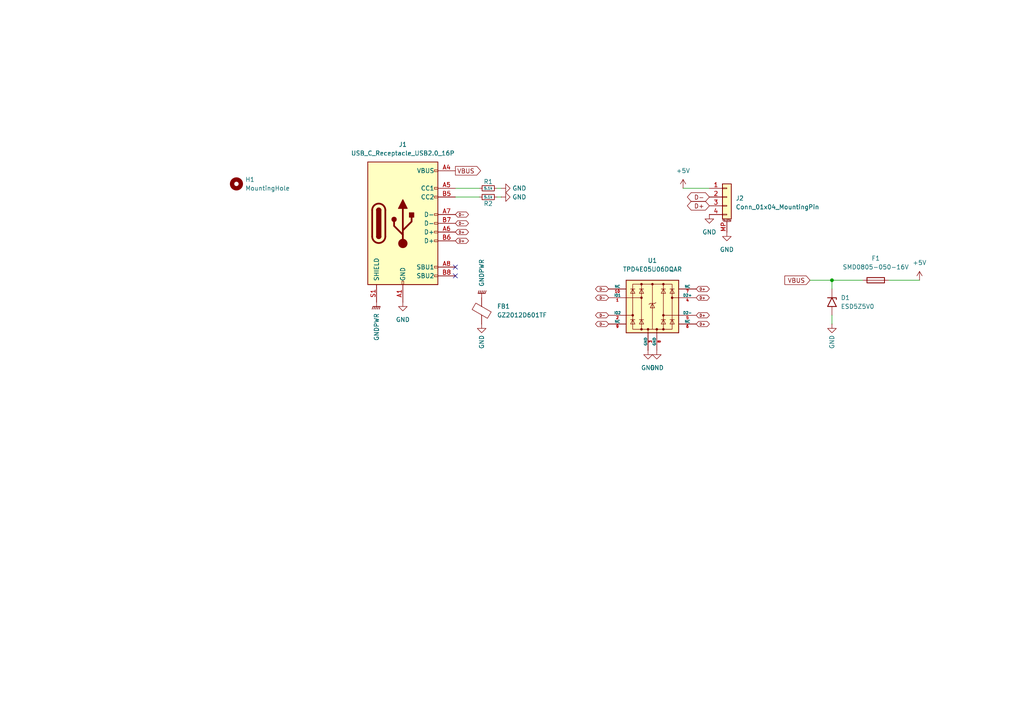
<source format=kicad_sch>
(kicad_sch (version 20250114) (generator "eeschema") (generator_version "9.0")
  (paper "A4")
  (lib_symbols
    (symbol "Connector:USB_C_Receptacle_USB2.0_16P" (pin_names (offset 1.016))
      (property "Reference" "J" (at 0 22.225 0))
      (property "Value" "USB_C_Receptacle_USB2.0_16P" (at 0 19.685 0))
      (symbol "USB_C_Receptacle_USB2.0_16P_0_0"
        (rectangle (start -0.254 -17.78) (end 0.254 -16.764))
        (rectangle (start 10.16 15.494) (end 9.144 14.986))
        (rectangle (start 10.16 10.414) (end 9.144 9.906))
        (rectangle (start 10.16 7.874) (end 9.144 7.366))
        (rectangle (start 10.16 2.794) (end 9.144 2.286))
        (rectangle (start 10.16 0.254) (end 9.144 -0.254))
        (rectangle (start 10.16 -2.286) (end 9.144 -2.794))
        (rectangle (start 10.16 -4.826) (end 9.144 -5.334))
        (rectangle (start 10.16 -12.446) (end 9.144 -12.954))
        (rectangle (start 10.16 -14.986) (end 9.144 -15.494))
      )
      (symbol "USB_C_Receptacle_USB2.0_16P_0_1"
        (rectangle (start -10.16 17.78) (end 10.16 -17.78) (stroke (width 0.254)) (fill (type background)))
        (polyline (pts (xy -8.89 -3.81) (xy -8.89 3.81)) (stroke (width 0.508)))
        (rectangle (start -7.62 -3.81) (end -6.35 3.81) (stroke (width 0.254)) (fill (type outline)))
        (arc (start -7.62 3.81) (mid -6.985 4.4423) (end -6.35 3.81) (stroke (width 0.254)))
        (arc (start -7.62 3.81) (mid -6.985 4.4423) (end -6.35 3.81) (stroke (width 0.254)) (fill (type outline)))
        (arc (start -8.89 3.81) (mid -6.985 5.7067) (end -5.08 3.81) (stroke (width 0.508)))
        (arc (start -5.08 -3.81) (mid -6.985 -5.7067) (end -8.89 -3.81) (stroke (width 0.508)))
        (arc (start -6.35 -3.81) (mid -6.985 -4.4423) (end -7.62 -3.81) (stroke (width 0.254)))
        (arc (start -6.35 -3.81) (mid -6.985 -4.4423) (end -7.62 -3.81) (stroke (width 0.254)) (fill (type outline)))
        (polyline (pts (xy -5.08 3.81) (xy -5.08 -3.81)) (stroke (width 0.508)))
        (circle (center -2.54 1.143) (radius 0.635) (stroke (width 0.254)) (fill (type outline)))
        (polyline (pts (xy -1.27 4.318) (xy 0 6.858) (xy 1.27 4.318) (xy -1.27 4.318)) (stroke (width 0.254)) (fill (type outline)))
        (polyline (pts (xy 0 -2.032) (xy 2.54 0.508) (xy 2.54 1.778)) (stroke (width 0.508)))
        (polyline (pts (xy 0 -3.302) (xy -2.54 -0.762) (xy -2.54 0.508)) (stroke (width 0.508)))
        (polyline (pts (xy 0 -5.842) (xy 0 4.318)) (stroke (width 0.508)))
        (circle (center 0 -5.842) (radius 1.27) (fill (type outline)))
        (rectangle (start 1.905 1.778) (end 3.175 3.048) (stroke (width 0.254)) (fill (type outline)))
      )
      (symbol "USB_C_Receptacle_USB2.0_16P_1_1"
        (pin passive line (at -7.62 -22.86 90) (length 5.08) (name "SHIELD") (number "S1"))
        (pin passive line (at 0 -22.86 90) (length 5.08) (name "GND") (number "A1"))
        (pin passive line (at 0 -22.86 90) (length 5.08) (hide yes) (name "GND") (number "A12"))
        (pin passive line (at 0 -22.86 90) (length 5.08) (hide yes) (name "GND") (number "B1"))
        (pin passive line (at 0 -22.86 90) (length 5.08) (hide yes) (name "GND") (number "B12"))
        (pin passive line (at 15.24 15.24 180) (length 5.08) (name "VBUS") (number "A4"))
        (pin passive line (at 15.24 15.24 180) (length 5.08) (hide yes) (name "VBUS") (number "A9"))
        (pin passive line (at 15.24 15.24 180) (length 5.08) (hide yes) (name "VBUS") (number "B4"))
        (pin passive line (at 15.24 15.24 180) (length 5.08) (hide yes) (name "VBUS") (number "B9"))
        (pin bidirectional line (at 15.24 10.16 180) (length 5.08) (name "CC1") (number "A5"))
        (pin bidirectional line (at 15.24 7.62 180) (length 5.08) (name "CC2") (number "B5"))
        (pin bidirectional line (at 15.24 2.54 180) (length 5.08) (name "D-") (number "A7"))
        (pin bidirectional line (at 15.24 0 180) (length 5.08) (name "D-") (number "B7"))
        (pin bidirectional line (at 15.24 -2.54 180) (length 5.08) (name "D+") (number "A6"))
        (pin bidirectional line (at 15.24 -5.08 180) (length 5.08) (name "D+") (number "B6"))
        (pin bidirectional line (at 15.24 -12.7 180) (length 5.08) (name "SBU1") (number "A8"))
        (pin bidirectional line (at 15.24 -15.24 180) (length 5.08) (name "SBU2") (number "B8"))
      )
    )
    (symbol "Connector_Generic_MountingPin:Conn_01x04_MountingPin" (pin_names (offset 1.016) (hide yes))
      (property "Reference" "J" (at 0 5.08 0))
      (property "Value" "Conn_01x04_MountingPin" (at 1.27 -7.62 0))
      (symbol "Conn_01x04_MountingPin_1_1"
        (rectangle (start -1.27 3.81) (end 1.27 -6.35) (stroke (width 0.254)) (fill (type background)))
        (rectangle (start -1.27 2.667) (end 0 2.413) (stroke (width 0.1524)))
        (rectangle (start -1.27 0.127) (end 0 -0.127) (stroke (width 0.1524)))
        (rectangle (start -1.27 -2.413) (end 0 -2.667) (stroke (width 0.1524)))
        (rectangle (start -1.27 -4.953) (end 0 -5.207) (stroke (width 0.1524)))
        (polyline (pts (xy -1.016 -7.112) (xy 1.016 -7.112)) (stroke (width 0.1524)))
        (text "Mounting" (at 0 -6.731 0) (effects (font (size 0.381 0.381))))
        (pin passive line (at -5.08 2.54 0) (length 3.81) (name "Pin_1") (number "1"))
        (pin passive line (at -5.08 0 0) (length 3.81) (name "Pin_2") (number "2"))
        (pin passive line (at -5.08 -2.54 0) (length 3.81) (name "Pin_3") (number "3"))
        (pin passive line (at -5.08 -5.08 0) (length 3.81) (name "Pin_4") (number "4"))
        (pin passive line (at 0 -10.16 90) (length 3.048) (name "MountPin") (number "MP"))
      )
    )
    (symbol "Device:FerriteBead" (pin_numbers (hide yes)) (pin_names (offset 0))
      (property "Reference" "FB" (at -3.81 0.635 90))
      (property "Value" "FerriteBead" (at 3.81 0 90))
      (symbol "FerriteBead_0_1"
        (polyline (pts (xy -2.7686 0.4064) (xy -1.7018 2.2606) (xy 2.7686 -0.3048) (xy 1.6764 -2.159) (xy -2.7686 0.4064)))
        (polyline (pts (xy 0 1.27) (xy 0 1.2954)))
        (polyline (pts (xy 0 -1.27) (xy 0 -1.2192)))
      )
      (symbol "FerriteBead_1_1"
        (pin passive line (at 0 3.81 270) (length 2.54) (name "~") (number "1"))
        (pin passive line (at 0 -3.81 90) (length 2.54) (name "~") (number "2"))
      )
    )
    (symbol "Device:Fuse" (pin_numbers (hide yes)) (pin_names (offset 0))
      (property "Reference" "F" (at 2.032 0 90))
      (property "Value" "Fuse" (at -1.905 0 90))
      (symbol "Fuse_0_1"
        (rectangle (start -0.762 -2.54) (end 0.762 2.54) (stroke (width 0.254)))
        (polyline (pts (xy 0 2.54) (xy 0 -2.54)))
      )
      (symbol "Fuse_1_1"
        (pin passive line (at 0 3.81 270) (length 1.27) (name "~") (number "1"))
        (pin passive line (at 0 -3.81 90) (length 1.27) (name "~") (number "2"))
      )
    )
    (symbol "Device:R_Small" (pin_numbers (hide yes)) (pin_names (offset 0.254) (hide yes))
      (property "Reference" "R" (at 0.762 0.508 0))
      (property "Value" "R_Small" (at 0.762 -1.016 0))
      (symbol "R_Small_0_1"
        (rectangle (start -0.762 1.778) (end 0.762 -1.778) (stroke (width 0.2032)))
      )
      (symbol "R_Small_1_1"
        (pin passive line (at 0 2.54 270) (length 0.762) (name "~") (number "1"))
        (pin passive line (at 0 -2.54 90) (length 0.762) (name "~") (number "2"))
      )
    )
    (symbol "Diode:SMF6V0A" (pin_numbers (hide yes)) (pin_names (offset 1.016) (hide yes))
      (property "Reference" "D" (at 0 2.54 0))
      (property "Value" "SMF6V0A" (at 0 -2.54 0))
      (symbol "SMF6V0A_0_1"
        (polyline (pts (xy -0.762 1.27) (xy -1.27 1.27) (xy -1.27 -1.27)) (stroke (width 0.254)))
        (polyline (pts (xy 1.27 1.27) (xy 1.27 -1.27) (xy -1.27 0) (xy 1.27 1.27)) (stroke (width 0.254)))
      )
      (symbol "SMF6V0A_1_1"
        (pin passive line (at -3.81 0 0) (length 2.54) (name "A1") (number "1"))
        (pin passive line (at 3.81 0 180) (length 2.54) (name "A2") (number "2"))
      )
    )
    (symbol "Mechanical:MountingHole" (pin_names (offset 1.016)) (in_bom no)
      (property "Reference" "H" (at 0 5.08 0))
      (property "Value" "MountingHole" (at 0 3.175 0))
      (symbol "MountingHole_0_1"
        (circle (center 0 0) (radius 1.27) (stroke (width 1.27)))
      )
    )
    (symbol "acheron_Symbols:TPD4E05U06DQAR" (pin_names (offset 0))
      (property "Reference" "U" (at 0 12.7 0))
      (property "Value" "TPD4E05U06DQAR" (at 0 10.16 0))
      (symbol "TPD4E05U06DQAR_0_0"
        (rectangle (start -5.715 6.477) (end 5.715 -6.604))
        (polyline (pts (xy -3.175 -6.604) (xy -3.175 6.477)))
        (polyline (pts (xy 0 6.477) (xy 0 -6.604)))
        (polyline (pts (xy 3.175 6.477) (xy 3.175 -6.604)))
      )
      (symbol "TPD4E05U06DQAR_0_1"
        (polyline (pts (xy -7.747 2.54) (xy -3.175 2.54)))
        (rectangle (start -7.62 7.62) (end 7.62 -7.62) (stroke (width 0.254)) (fill (type background)))
        (polyline (pts (xy -7.62 -2.54) (xy -5.715 -2.54)))
        (circle (center -5.715 -2.54) (radius 0.2794) (fill (type outline)))
        (polyline (pts (xy -5.08 5.08) (xy -6.35 5.08)))
        (polyline (pts (xy -5.08 3.81) (xy -6.35 3.81) (xy -5.715 5.08) (xy -5.08 3.81)))
        (polyline (pts (xy -5.08 -3.81) (xy -6.35 -3.81)))
        (polyline (pts (xy -5.08 -5.08) (xy -6.35 -5.08) (xy -5.715 -3.81) (xy -5.08 -5.08)))
        (circle (center -3.175 6.477) (radius 0.2794) (fill (type outline)))
        (circle (center -3.175 2.54) (radius 0.2794) (fill (type outline)))
        (circle (center -3.175 -6.604) (radius 0.2794) (fill (type outline)))
        (polyline (pts (xy -2.54 5.08) (xy -3.81 5.08)))
        (polyline (pts (xy -2.54 3.81) (xy -3.81 3.81) (xy -3.175 5.08) (xy -2.54 3.81)))
        (polyline (pts (xy -2.54 -3.81) (xy -3.81 -3.81)))
        (polyline (pts (xy -2.54 -5.08) (xy -3.81 -5.08) (xy -3.175 -3.81) (xy -2.54 -5.08)))
        (circle (center -1.27 -6.604) (radius 0.2794) (fill (type outline)))
        (polyline (pts (xy -1.27 -6.604) (xy -1.27 -7.62)))
        (polyline (pts (xy -0.635 0.889) (xy -1.016 0.635)))
        (circle (center 0 6.477) (radius 0.2794) (fill (type outline)))
        (polyline (pts (xy 0.635 0.889) (xy -0.635 0.889)))
        (polyline (pts (xy 0.635 0.889) (xy 1.016 1.143)))
        (polyline (pts (xy 0.635 -0.381) (xy -0.635 -0.381) (xy 0 0.889) (xy 0.635 -0.381)))
        (circle (center 3.175 6.477) (radius 0.2794) (fill (type outline)))
        (circle (center 3.175 -2.54) (radius 0.2794) (fill (type outline)))
        (circle (center 3.175 -6.604) (radius 0.2794) (fill (type outline)))
        (polyline (pts (xy 3.81 5.08) (xy 2.54 5.08)))
        (polyline (pts (xy 3.81 3.81) (xy 2.54 3.81) (xy 3.175 5.08) (xy 3.81 3.81)))
        (polyline (pts (xy 3.81 -3.81) (xy 2.54 -3.81)))
        (polyline (pts (xy 3.81 -5.08) (xy 2.54 -5.08) (xy 3.175 -3.81) (xy 3.81 -5.08)))
        (circle (center 5.715 2.54) (radius 0.2794) (fill (type outline)))
        (polyline (pts (xy 6.35 5.08) (xy 5.08 5.08)))
        (polyline (pts (xy 6.35 3.81) (xy 5.08 3.81) (xy 5.715 5.08) (xy 6.35 3.81)))
        (polyline (pts (xy 6.35 -3.81) (xy 5.08 -3.81)))
        (polyline (pts (xy 6.35 -5.08) (xy 5.08 -5.08) (xy 5.715 -3.81) (xy 6.35 -5.08)))
        (polyline (pts (xy 7.62 2.54) (xy 5.715 2.54)))
        (polyline (pts (xy 7.62 -2.54) (xy 3.175 -2.54)))
      )
      (symbol "TPD4E05U06DQAR_1_1"
        (polyline (pts (xy 1.27 -6.604) (xy 1.27 -7.62)))
        (circle (center 1.27 -6.604) (radius 0.2794) (fill (type outline)))
        (pin bidirectional line (at -12.7 5.08 0) (length 5.08) (name "NC") (number "10"))
        (pin bidirectional line (at -12.7 2.54 0) (length 5.08) (name "IO1") (number "1"))
        (pin bidirectional line (at -12.7 -2.54 0) (length 5.08) (name "IO2") (number "2"))
        (pin bidirectional line (at -12.7 -5.08 0) (length 5.08) (name "NC") (number "9"))
        (pin power_in line (at -1.27 -12.7 90) (length 5.08) (name "GND") (number "3"))
        (pin power_in line (at 1.27 -12.7 90) (length 5.08) (name "GND") (number "8"))
        (pin bidirectional line (at 12.7 5.08 180) (length 5.08) (name "NC") (number "7"))
        (pin bidirectional line (at 12.7 2.54 180) (length 5.08) (name "D2+") (number "4"))
        (pin bidirectional line (at 12.7 -2.54 180) (length 5.08) (name "D2-") (number "5"))
        (pin bidirectional line (at 12.7 -5.08 180) (length 5.08) (name "NC") (number "6"))
      )
    )
    (symbol "power:+5V" (power) (pin_numbers (hide yes)) (pin_names (offset 0) (hide yes))
      (property "Value" "+5V" (at 0 3.556 0))
      (symbol "+5V_0_1"
        (polyline (pts (xy -0.762 1.27) (xy 0 2.54)))
        (polyline (pts (xy 0 2.54) (xy 0.762 1.27)))
        (polyline (pts (xy 0 0) (xy 0 2.54)))
      )
      (symbol "+5V_1_1"
        (pin power_in line (at 0 0 90) (length 0) (name "~") (number "1"))
      )
    )
    (symbol "power:GND" (power) (pin_numbers (hide yes)) (pin_names (offset 0) (hide yes))
      (property "Value" "GND" (at 0 -3.81 0))
      (symbol "GND_0_1"
        (polyline (pts (xy 0 0) (xy 0 -1.27) (xy 1.27 -1.27) (xy 0 -2.54) (xy -1.27 -1.27) (xy 0 -1.27)))
      )
      (symbol "GND_1_1"
        (pin power_in line (at 0 0 270) (length 0) (name "~") (number "1"))
      )
    )
    (symbol "power:GNDPWR" (power) (pin_names (offset 0))
      (property "Value" "GNDPWR" (at 0 -3.302 0))
      (symbol "GNDPWR_0_1"
        (polyline (pts (xy -1.016 -1.27) (xy -1.27 -2.032) (xy -1.27 -2.032)) (stroke (width 0.2032)))
        (polyline (pts (xy -0.508 -1.27) (xy -0.762 -2.032) (xy -0.762 -2.032)) (stroke (width 0.2032)))
        (polyline (pts (xy 0 -1.27) (xy 0 0)))
        (polyline (pts (xy 0 -1.27) (xy -0.254 -2.032) (xy -0.254 -2.032)) (stroke (width 0.2032)))
        (polyline (pts (xy 0.508 -1.27) (xy 0.254 -2.032) (xy 0.254 -2.032)) (stroke (width 0.2032)))
        (polyline (pts (xy 1.016 -1.27) (xy -1.016 -1.27) (xy -1.016 -1.27)) (stroke (width 0.2032)))
        (polyline (pts (xy 1.016 -1.27) (xy 0.762 -2.032) (xy 0.762 -2.032) (xy 0.762 -2.032)) (stroke (width 0.2032)))
      )
      (symbol "GNDPWR_1_1"
        (pin power_in line (at 0 0 270) (length 0) (hide yes) (name "GNDPWR") (number "1"))
      )
    )
  )
  (junction (at 241.3 81.28))
  (no_connect (at 132.08 80.01))
  (no_connect (at 132.08 77.47))
  (wire (pts (xy 241.3 83.82) (xy 241.3 81.28)))
  (wire (pts (xy 241.3 93.98) (xy 241.3 91.44)))
  (wire (pts (xy 132.08 57.15) (xy 139.065 57.15)))
  (wire (pts (xy 257.81 81.28) (xy 266.7 81.28)))
  (wire (pts (xy 144.145 57.15) (xy 145.415 57.15)))
  (wire (pts (xy 132.08 54.61) (xy 139.065 54.61)))
  (wire (pts (xy 241.3 81.28) (xy 250.19 81.28)))
  (wire (pts (xy 234.95 81.28) (xy 241.3 81.28)))
  (wire (pts (xy 198.12 54.61) (xy 205.74 54.61)))
  (wire (pts (xy 144.145 54.61) (xy 145.415 54.61)))
  (global_label "D+" (shape bidirectional) (at 132.08 69.85 0) (effects (font (size 0.762 0.762))) (property "Intersheetrefs" "${INTERSHEET_REFS}" (effects (hide yes))))
  (global_label "D-" (shape bidirectional) (at 176.53 93.98 180) (effects (font (size 0.762 0.762))) (property "Intersheetrefs" "${INTERSHEET_REFS}" (effects (hide yes))))
  (global_label "D+" (shape bidirectional) (at 201.93 86.36 0) (effects (font (size 0.762 0.762))) (property "Intersheetrefs" "${INTERSHEET_REFS}" (effects (hide yes))))
  (global_label "D+" (shape bidirectional) (at 201.93 93.98 0) (effects (font (size 0.762 0.762))) (property "Intersheetrefs" "${INTERSHEET_REFS}" (effects (hide yes))))
  (global_label "D+" (shape bidirectional) (at 201.93 83.82 0) (effects (font (size 0.762 0.762))) (property "Intersheetrefs" "${INTERSHEET_REFS}" (effects (hide yes))))
  (global_label "D+" (shape bidirectional) (at 205.74 59.69 180) (property "Intersheetrefs" "${INTERSHEET_REFS}" (effects (hide yes))))
  (global_label "D+" (shape bidirectional) (at 132.08 67.31 0) (effects (font (size 0.762 0.762))) (property "Intersheetrefs" "${INTERSHEET_REFS}" (effects (hide yes))))
  (global_label "D-" (shape bidirectional) (at 176.53 83.82 180) (effects (font (size 0.762 0.762))) (property "Intersheetrefs" "${INTERSHEET_REFS}" (effects (hide yes))))
  (global_label "D-" (shape bidirectional) (at 205.74 57.15 180) (property "Intersheetrefs" "${INTERSHEET_REFS}" (effects (hide yes))))
  (global_label "D-" (shape bidirectional) (at 176.53 91.44 180) (effects (font (size 0.762 0.762))) (property "Intersheetrefs" "${INTERSHEET_REFS}" (effects (hide yes))))
  (global_label "VBUS" (shape output) (at 132.08 49.53 0) (property "Intersheetrefs" "${INTERSHEET_REFS}" (effects (hide yes))))
  (global_label "D+" (shape bidirectional) (at 201.93 91.44 0) (effects (font (size 0.762 0.762))) (property "Intersheetrefs" "${INTERSHEET_REFS}" (effects (hide yes))))
  (global_label "D-" (shape bidirectional) (at 132.08 62.23 0) (effects (font (size 0.762 0.762))) (property "Intersheetrefs" "${INTERSHEET_REFS}" (effects (hide yes))))
  (global_label "D-" (shape bidirectional) (at 132.08 64.77 0) (effects (font (size 0.762 0.762))) (property "Intersheetrefs" "${INTERSHEET_REFS}" (effects (hide yes))))
  (global_label "VBUS" (shape input) (at 234.95 81.28 180) (property "Intersheetrefs" "${INTERSHEET_REFS}" (effects (hide yes))))
  (global_label "D-" (shape bidirectional) (at 176.53 86.36 180) (effects (font (size 0.762 0.762))) (property "Intersheetrefs" "${INTERSHEET_REFS}" (effects (hide yes))))
  (symbol (lib_id "power:GND") (at 187.96 101.6 0) (unit 1)
    (property "Reference" "#PWR053" (effects (hide yes)))
    (property "Value" "GND" (at 187.96 106.68 0))
    (property "Description" "Power symbol creates a global label with name \"GND\" , ground" (effects (hide yes)))
  )
  (symbol (lib_id "Device:Fuse") (at 254 81.28 90) (unit 1)
    (property "Reference" "F1" (at 254 74.93 90))
    (property "Value" "SMD0805-050-16V" (at 254 77.47 90))
    (property "Footprint" "Fuse:Fuse_1206_3216Metric" (effects (hide yes)))
    (property "Manufacturer" "TECHFUSE" (effects (hide yes)))
    (property "Manufacturer Part Number" "SMD0805-050-16V" (effects (hide yes)))
    (property "LCSC Part Number" "C2833485" (effects (hide yes)))
    (property "Package" "F0805" (effects (hide yes)))
  )
  (symbol (lib_id "power:GND") (at 145.415 54.61 90) (unit 1)
    (property "Reference" "#PWR02" (effects (hide yes)))
    (property "Value" "GND" (at 148.59 54.61 90) (effects (justify right)))
  )
  (symbol (lib_id "power:GND") (at 190.5 101.6 0) (unit 1)
    (property "Reference" "#PWR054" (effects (hide yes)))
    (property "Value" "GND" (at 190.5 106.68 0))
    (property "Description" "Power symbol creates a global label with name \"GND\" , ground" (effects (hide yes)))
  )
  (symbol (lib_id "power:+5V") (at 198.12 54.61 0) (unit 1)
    (property "Reference" "#PWR06" (effects (hide yes)))
    (property "Value" "+5V" (at 198.12 49.53 0))
    (property "Description" "Power symbol creates a global label with name \"+5V\"" (effects (hide yes)))
  )
  (symbol (lib_id "Connector:USB_C_Receptacle_USB2.0_16P") (at 116.84 64.77 0) (unit 1)
    (property "Reference" "J1" (at 116.84 41.91 0))
    (property "Value" "USB_C_Receptacle_USB2.0_16P" (at 116.84 44.45 0))
    (property "Footprint" "nesceptor:HRO-TYPE-C-31-M-12-Assembly" (effects (hide yes)))
    (property "Datasheet" "https://www.usb.org/sites/default/files/documents/usb_type-c.zip" (effects (hide yes)))
    (property "Description" "USB 2.0-only 16P Type-C Receptacle connector" (effects (hide yes)))
  )
  (symbol (lib_id "power:GND") (at 205.74 62.23 0) (unit 1)
    (property "Reference" "#PWR051" (effects (hide yes)))
    (property "Value" "GND" (at 205.74 67.31 0))
    (property "Description" "Power symbol creates a global label with name \"GND\" , ground" (effects (hide yes)))
  )
  (symbol (lib_id "Device:FerriteBead") (at 139.7 90.17 0) (unit 1)
    (property "Reference" "FB1" (at 144.145 88.8491 0) (effects (justify left)))
    (property "Value" "GZ2012D601TF" (at 144.145 91.3891 0) (effects (justify left)))
    (property "Footprint" "Inductor_SMD:L_0805_2012Metric" (effects (hide yes)))
    (property "Manufacturer" "Sunlord" (effects (hide yes)))
    (property "Manufacturer Part Number" "GZ2012D601TF" (effects (hide yes)))
    (property "LCSC Part Number" "C1017" (effects (hide yes)))
    (property "Package" "F0805" (effects (hide yes)))
  )
  (symbol (lib_id "power:GNDPWR") (at 109.22 87.63 0) (unit 1)
    (property "Reference" "#PWR09" (effects (hide yes)))
    (property "Value" "GNDPWR" (at 109.22 90.805 90) (effects (justify right)))
  )
  (symbol (lib_id "acheron_Symbols:TPD4E05U06DQAR") (at 189.23 88.9 0) (unit 1)
    (property "Reference" "U1" (at 189.23 75.565 0))
    (property "Value" "TPD4E05U06DQAR" (at 189.23 78.105 0))
    (property "Footprint" "nesceptor:USON-10_2.5x1.0mm_P0.5mm" (effects (hide yes)))
    (property "Manufacturer" "MSKSEMI" (effects (hide yes)))
    (property "Package" "uSON-10" (effects (hide yes)))
    (property "Manufacturer Part Number" "TPD4E05U06DQAR" (effects (hide yes)))
    (property "LCSC Part Number" "C2836386" (effects (hide yes)))
  )
  (symbol (lib_id "power:+5V") (at 266.7 81.28 0) (unit 1)
    (property "Reference" "#PWR04" (effects (hide yes)))
    (property "Value" "+5V" (at 266.7 76.2 0))
    (property "Description" "Power symbol creates a global label with name \"+5V\"" (effects (hide yes)))
  )
  (symbol (lib_id "power:GND") (at 116.84 87.63 0) (unit 1)
    (property "Reference" "#PWR052" (effects (hide yes)))
    (property "Value" "GND" (at 116.84 92.71 0))
    (property "Description" "Power symbol creates a global label with name \"GND\" , ground" (effects (hide yes)))
  )
  (symbol (lib_id "power:GNDPWR") (at 139.7 86.36 180) (unit 1)
    (property "Reference" "#PWR011" (effects (hide yes)))
    (property "Value" "GNDPWR" (at 139.7 83.185 90) (effects (justify right)))
  )
  (symbol (lib_id "power:GND") (at 145.415 57.15 90) (unit 1)
    (property "Reference" "#PWR03" (effects (hide yes)))
    (property "Value" "GND" (at 148.59 57.15 90) (effects (justify right)))
  )
  (symbol (lib_id "Connector_Generic_MountingPin:Conn_01x04_MountingPin") (at 210.82 57.15 0) (unit 1)
    (property "Reference" "J2" (at 213.36 57.5055 0) (effects (justify left)))
    (property "Value" "Conn_01x04_MountingPin" (at 213.36 60.0455 0) (effects (justify left)))
    (property "Footprint" "nesceptor:PicoEZMate-Reinforced-Lite" (effects (hide yes)))
    (property "Description" "Generic connectable mounting pin connector, single row, 01x04, script generated (kicad-library-utils/schlib/autogen/connector/)" (effects (hide yes)))
    (property "LCSC Part Number" "C588524" (effects (hide yes)))
    (property "Manufacturer" "MOLEX" (effects (hide yes)))
    (property "Manufacturer Part Number" "78171-0004" (effects (hide yes)))
  )
  (symbol (lib_id "power:GND") (at 210.82 67.31 0) (unit 1)
    (property "Reference" "#PWR050" (effects (hide yes)))
    (property "Value" "GND" (at 210.82 72.39 0))
    (property "Description" "Power symbol creates a global label with name \"GND\" , ground" (effects (hide yes)))
  )
  (symbol (lib_id "Diode:SMF6V0A") (at 241.3 87.63 270) (unit 1)
    (property "Reference" "D1" (at 243.84 86.3599 90) (effects (justify left)))
    (property "Value" "ESD5Z5V0" (at 243.84 88.8999 90) (effects (justify left)))
    (property "Footprint" "Diode_SMD:D_SOD-523" (effects (hide yes)))
    (property "Datasheet" "https://www.vishay.com/doc?85881" (effects (hide yes)))
    (property "Manufacturer" "MDD" (effects (hide yes)))
    (property "Manufacturer Part Number" "ESD5Z5V0" (effects (hide yes)))
    (property "LCSC Part Number" "C502546" (effects (hide yes)))
    (property "Package" "SOD-523" (effects (hide yes)))
  )
  (symbol (lib_id "Mechanical:MountingHole") (at 68.58 53.34 0) (unit 1) (in_bom no)
    (property "Reference" "H1" (at 71.12 52.0699 0) (effects (justify left)))
    (property "Value" "MountingHole" (at 71.12 54.6099 0) (effects (justify left)))
    (property "Footprint" "MountingHole:MountingHole_3.2mm_M3" (effects (hide yes)))
    (property "Description" "Mounting Hole without connection" (effects (hide yes)))
  )
  (symbol (lib_id "Device:R_Small") (at 141.605 54.61 270) (unit 1)
    (property "Reference" "R1" (at 141.605 52.705 90))
    (property "Value" "5.1k" (at 141.605 54.61 90) (effects (font (size 0.762 0.762))))
    (property "Footprint" "Resistor_SMD:R_0402_1005Metric" (effects (hide yes)))
  )
  (symbol (lib_id "power:GND") (at 241.3 93.98 0) (unit 1)
    (property "Reference" "#PWR05" (effects (hide yes)))
    (property "Value" "GND" (at 241.3 97.155 90) (effects (justify right)))
  )
  (symbol (lib_id "power:GND") (at 139.7 93.98 0) (unit 1)
    (property "Reference" "#PWR012" (effects (hide yes)))
    (property "Value" "GND" (at 139.7 97.155 90) (effects (justify right)))
  )
  (symbol (lib_id "Device:R_Small") (at 141.605 57.15 90) (unit 1)
    (property "Reference" "R2" (at 141.605 59.055 90))
    (property "Value" "5.1k" (at 141.605 57.15 90) (effects (font (size 0.762 0.762))))
    (property "Footprint" "Resistor_SMD:R_0402_1005Metric" (effects (hide yes)))
  )
)
</source>
